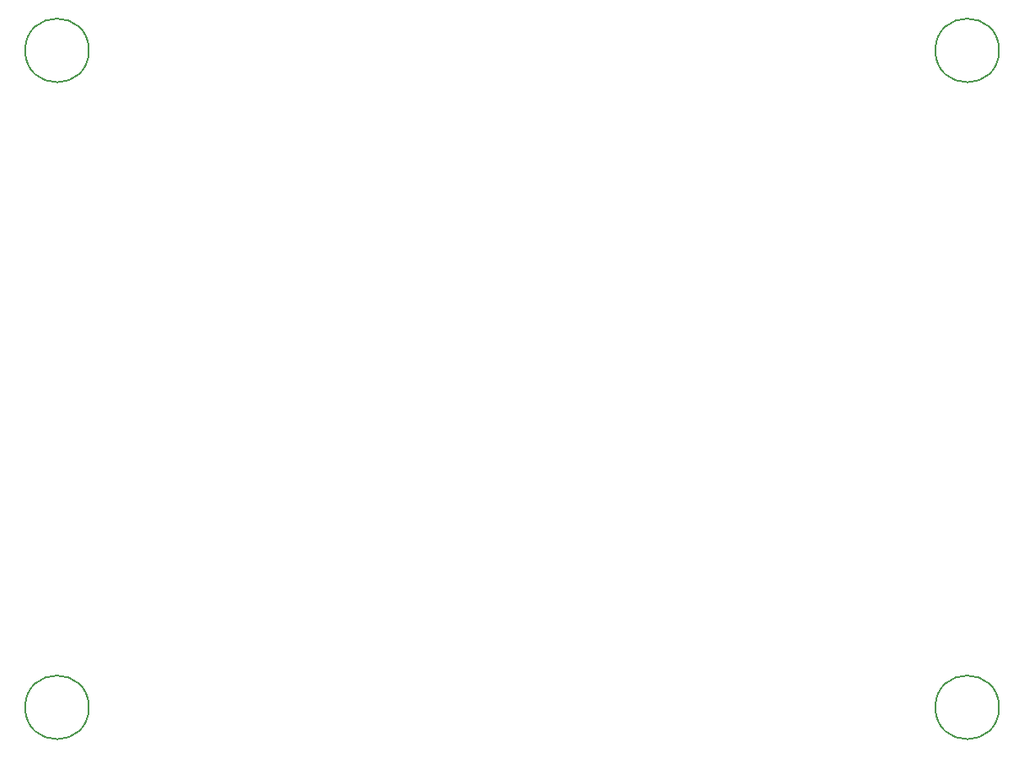
<source format=gbr>
%TF.GenerationSoftware,KiCad,Pcbnew,8.0.8*%
%TF.CreationDate,2025-02-03T20:11:21-03:00*%
%TF.ProjectId,BoxTurtle_DC_motors_RPiPico,426f7854-7572-4746-9c65-5f44435f6d6f,rev?*%
%TF.SameCoordinates,Original*%
%TF.FileFunction,Other,Comment*%
%FSLAX46Y46*%
G04 Gerber Fmt 4.6, Leading zero omitted, Abs format (unit mm)*
G04 Created by KiCad (PCBNEW 8.0.8) date 2025-02-03 20:11:21*
%MOMM*%
%LPD*%
G01*
G04 APERTURE LIST*
%ADD10C,0.150000*%
G04 APERTURE END LIST*
D10*
%TO.C,H3*%
X192430000Y-39370000D02*
G75*
G02*
X186030000Y-39370000I-3200000J0D01*
G01*
X186030000Y-39370000D02*
G75*
G02*
X192430000Y-39370000I3200000J0D01*
G01*
%TO.C,H2*%
X100990000Y-105410000D02*
G75*
G02*
X94590000Y-105410000I-3200000J0D01*
G01*
X94590000Y-105410000D02*
G75*
G02*
X100990000Y-105410000I3200000J0D01*
G01*
%TO.C,H1*%
X100990000Y-39370000D02*
G75*
G02*
X94590000Y-39370000I-3200000J0D01*
G01*
X94590000Y-39370000D02*
G75*
G02*
X100990000Y-39370000I3200000J0D01*
G01*
%TO.C,H4*%
X192430000Y-105410000D02*
G75*
G02*
X186030000Y-105410000I-3200000J0D01*
G01*
X186030000Y-105410000D02*
G75*
G02*
X192430000Y-105410000I3200000J0D01*
G01*
%TD*%
M02*

</source>
